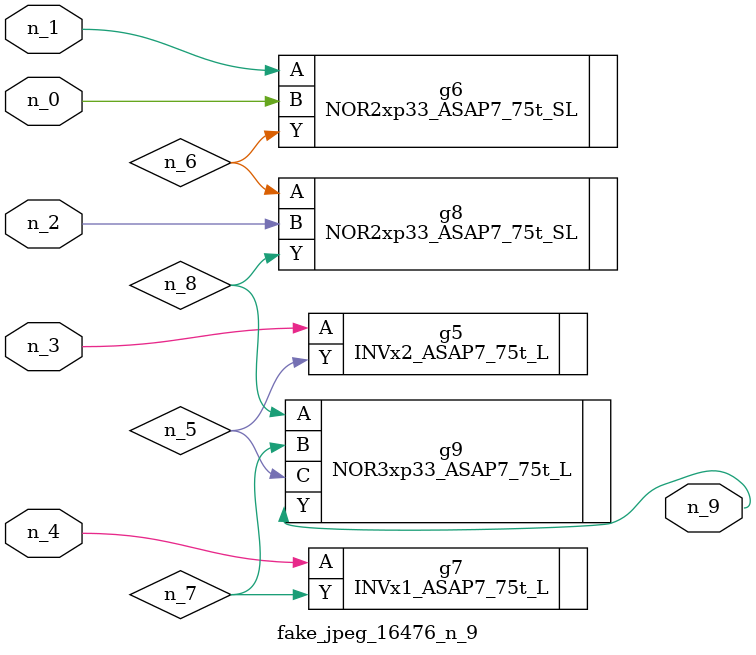
<source format=v>
module fake_jpeg_16476_n_9 (n_3, n_2, n_1, n_0, n_4, n_9);

input n_3;
input n_2;
input n_1;
input n_0;
input n_4;

output n_9;

wire n_8;
wire n_6;
wire n_5;
wire n_7;

INVx2_ASAP7_75t_L g5 ( 
.A(n_3),
.Y(n_5)
);

NOR2xp33_ASAP7_75t_SL g6 ( 
.A(n_1),
.B(n_0),
.Y(n_6)
);

INVx1_ASAP7_75t_L g7 ( 
.A(n_4),
.Y(n_7)
);

NOR2xp33_ASAP7_75t_SL g8 ( 
.A(n_6),
.B(n_2),
.Y(n_8)
);

NOR3xp33_ASAP7_75t_L g9 ( 
.A(n_8),
.B(n_7),
.C(n_5),
.Y(n_9)
);


endmodule
</source>
